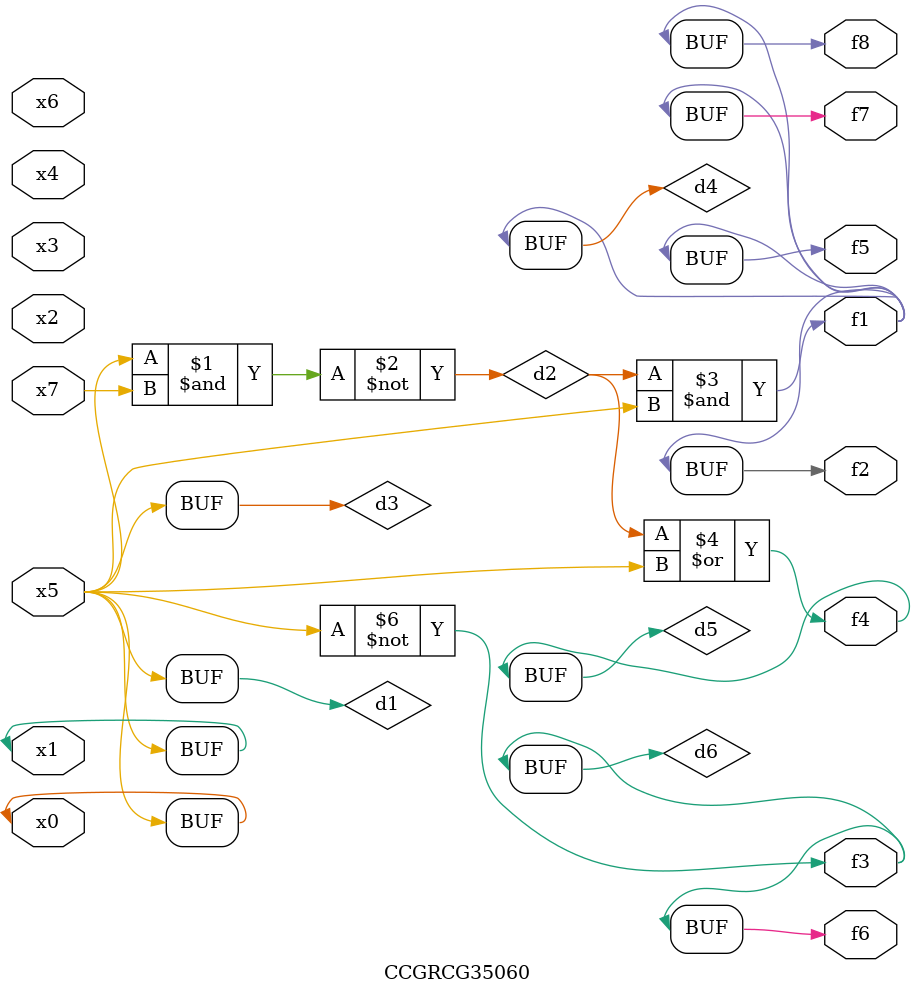
<source format=v>
module CCGRCG35060(
	input x0, x1, x2, x3, x4, x5, x6, x7,
	output f1, f2, f3, f4, f5, f6, f7, f8
);

	wire d1, d2, d3, d4, d5, d6;

	buf (d1, x0, x5);
	nand (d2, x5, x7);
	buf (d3, x0, x1);
	and (d4, d2, d3);
	or (d5, d2, d3);
	nor (d6, d1, d3);
	assign f1 = d4;
	assign f2 = d4;
	assign f3 = d6;
	assign f4 = d5;
	assign f5 = d4;
	assign f6 = d6;
	assign f7 = d4;
	assign f8 = d4;
endmodule

</source>
